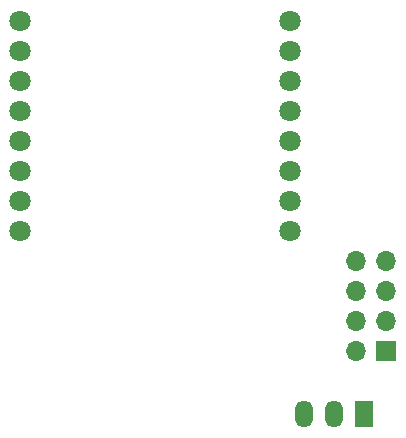
<source format=gbs>
G04 #@! TF.GenerationSoftware,KiCad,Pcbnew,(5.1.5-0-10_14)*
G04 #@! TF.CreationDate,2020-10-21T13:28:45+02:00*
G04 #@! TF.ProjectId,ithowifi,6974686f-7769-4666-992e-6b696361645f,rev?*
G04 #@! TF.SameCoordinates,Original*
G04 #@! TF.FileFunction,Soldermask,Bot*
G04 #@! TF.FilePolarity,Negative*
%FSLAX46Y46*%
G04 Gerber Fmt 4.6, Leading zero omitted, Abs format (unit mm)*
G04 Created by KiCad (PCBNEW (5.1.5-0-10_14)) date 2020-10-21 13:28:45*
%MOMM*%
%LPD*%
G04 APERTURE LIST*
%ADD10O,1.500000X2.300000*%
%ADD11R,1.500000X2.300000*%
%ADD12C,1.800000*%
%ADD13R,1.700000X1.700000*%
%ADD14O,1.700000X1.700000*%
G04 APERTURE END LIST*
D10*
X115062000Y-143129000D03*
X117602000Y-143129000D03*
D11*
X120142000Y-143129000D03*
D12*
X91059000Y-109855000D03*
X91059000Y-112395000D03*
X91059000Y-114935000D03*
X91059000Y-117475000D03*
X91059000Y-120015000D03*
X91059000Y-122555000D03*
X91059000Y-125095000D03*
X91059000Y-127635000D03*
X113919000Y-127635000D03*
X113919000Y-125095000D03*
X113919000Y-122555000D03*
X113919000Y-120015000D03*
X113919000Y-117475000D03*
X113919000Y-114935000D03*
X113919000Y-112395000D03*
X113919000Y-109855000D03*
D13*
X122047000Y-137795000D03*
D14*
X119507000Y-137795000D03*
X122047000Y-135255000D03*
X119507000Y-135255000D03*
X122047000Y-132715000D03*
X119507000Y-132715000D03*
X122047000Y-130175000D03*
X119507000Y-130175000D03*
M02*

</source>
